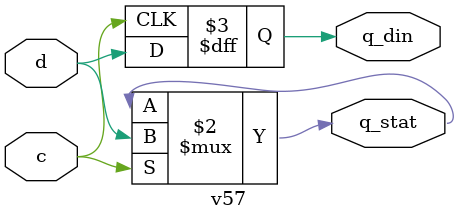
<source format=v>
module v57(c,d,q_stat,q_din);
input c,d;
output q_stat, q_din;
reg q_din;
always @ (posedge c) q_din = d;
assign q_stat = c ? d : q_stat;
endmodule
</source>
